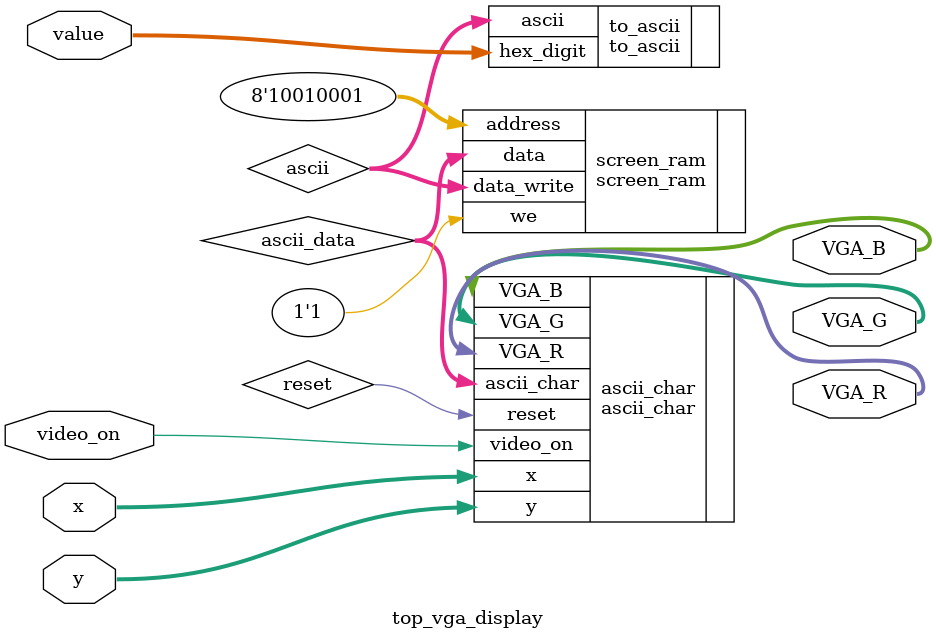
<source format=v>
module top_vga_display(
	input [3:0] value,
	input video_on,
	input [9:0] x,
	input [9:0] y,
	output [7:0] VGA_R,       // Salida del color rojo
   output [7:0] VGA_G,       // Salida del color verde
   output [7:0] VGA_B        // Salida del color azul
);

	wire data;
	reg we;
	wire [7:0] ascii, ascii_data;
	
	ascii_char ascii_char(
		 .video_on(video_on),
		 .ascii_char(ascii_data),
		 .x(x),
		 .y(y),
		 .reset(reset),
		 .VGA_R(VGA_R),
		 .VGA_G(VGA_G),
		 .VGA_B(VGA_B)
	);
	
	to_ascii to_ascii (
		.hex_digit(value),
		.ascii(ascii)
	);
		
	
	screen_ram screen_ram(
		.address(8'd2449),
		.we(1'b1),
		.data_write(ascii),
		.data(ascii_data)
	);


endmodule
</source>
